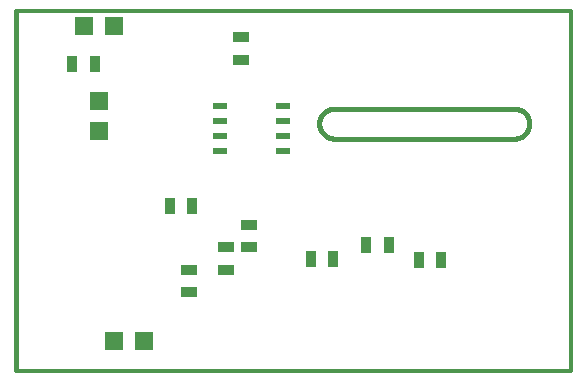
<source format=gtp>
G04 (created by PCBNEW-RS274X (20100406 SVN-R2508)-final) date 6/3/2010 10:02:14 PM*
G01*
G70*
G90*
%MOIN*%
G04 Gerber Fmt 3.4, Leading zero omitted, Abs format*
%FSLAX34Y34*%
G04 APERTURE LIST*
%ADD10C,0.006000*%
%ADD11C,0.012000*%
%ADD12C,0.015000*%
%ADD13R,0.060000X0.060000*%
%ADD14R,0.055000X0.035000*%
%ADD15R,0.035000X0.055000*%
%ADD16R,0.045000X0.020000*%
G04 APERTURE END LIST*
G54D10*
G54D11*
X39500Y-43250D02*
X21000Y-43250D01*
X39500Y-55250D02*
X39500Y-43250D01*
X21000Y-55250D02*
X39500Y-55250D01*
G54D12*
X21000Y-55200D02*
X21000Y-55000D01*
X31600Y-46500D02*
X31557Y-46502D01*
X31514Y-46508D01*
X31471Y-46518D01*
X31429Y-46531D01*
X31389Y-46547D01*
X31351Y-46567D01*
X31314Y-46591D01*
X31279Y-46617D01*
X31247Y-46647D01*
X31217Y-46679D01*
X31191Y-46714D01*
X31167Y-46751D01*
X31147Y-46789D01*
X31131Y-46829D01*
X31118Y-46871D01*
X31108Y-46914D01*
X31102Y-46957D01*
X31100Y-47000D01*
X31100Y-47000D02*
X31102Y-47043D01*
X31108Y-47086D01*
X31118Y-47129D01*
X31131Y-47171D01*
X31147Y-47211D01*
X31167Y-47249D01*
X31191Y-47286D01*
X31217Y-47321D01*
X31247Y-47353D01*
X31279Y-47383D01*
X31314Y-47409D01*
X31351Y-47433D01*
X31389Y-47453D01*
X31429Y-47469D01*
X31471Y-47482D01*
X31514Y-47492D01*
X31557Y-47498D01*
X31600Y-47500D01*
X37600Y-47500D02*
X37643Y-47498D01*
X37686Y-47492D01*
X37729Y-47482D01*
X37771Y-47469D01*
X37811Y-47453D01*
X37850Y-47433D01*
X37886Y-47409D01*
X37921Y-47383D01*
X37953Y-47353D01*
X37983Y-47321D01*
X38009Y-47286D01*
X38033Y-47249D01*
X38053Y-47211D01*
X38069Y-47171D01*
X38082Y-47129D01*
X38092Y-47086D01*
X38098Y-47043D01*
X38100Y-47000D01*
X38100Y-47000D02*
X38098Y-46957D01*
X38092Y-46914D01*
X38082Y-46871D01*
X38069Y-46829D01*
X38053Y-46789D01*
X38033Y-46751D01*
X38009Y-46714D01*
X37983Y-46679D01*
X37953Y-46647D01*
X37921Y-46617D01*
X37886Y-46591D01*
X37850Y-46567D01*
X37811Y-46547D01*
X37771Y-46531D01*
X37729Y-46518D01*
X37686Y-46508D01*
X37643Y-46502D01*
X37600Y-46500D01*
X31600Y-47500D02*
X37600Y-47500D01*
X37600Y-46500D02*
X31600Y-46500D01*
X21000Y-43250D02*
X21000Y-55000D01*
G54D13*
X25250Y-54250D03*
X24250Y-54250D03*
X23750Y-47250D03*
X23750Y-46250D03*
X24250Y-43750D03*
X23250Y-43750D03*
G54D14*
X28750Y-51125D03*
X28750Y-50375D03*
G54D15*
X32675Y-51050D03*
X33425Y-51050D03*
X31575Y-51500D03*
X30825Y-51500D03*
X35175Y-51550D03*
X34425Y-51550D03*
G54D14*
X26750Y-51875D03*
X26750Y-52625D03*
G54D15*
X23625Y-45000D03*
X22875Y-45000D03*
X26125Y-49750D03*
X26875Y-49750D03*
G54D14*
X28500Y-44125D03*
X28500Y-44875D03*
X28000Y-51125D03*
X28000Y-51875D03*
G54D16*
X29900Y-46400D03*
X27800Y-46400D03*
X29900Y-46900D03*
X29900Y-47400D03*
X29900Y-47900D03*
X27800Y-46900D03*
X27800Y-47400D03*
X27800Y-47900D03*
M02*

</source>
